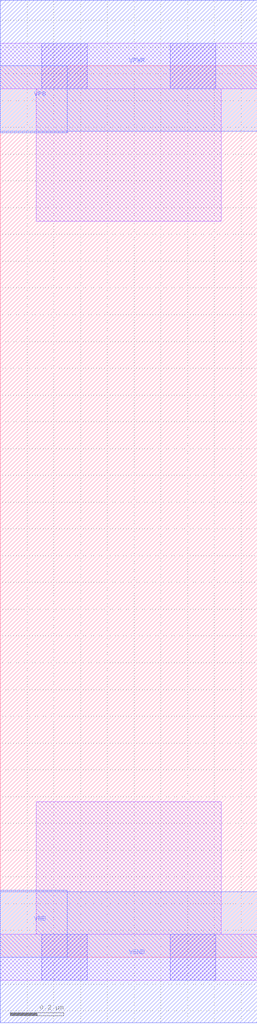
<source format=lef>
# Copyright 2020 The SkyWater PDK Authors
#
# Licensed under the Apache License, Version 2.0 (the "License");
# you may not use this file except in compliance with the License.
# You may obtain a copy of the License at
#
#     https://www.apache.org/licenses/LICENSE-2.0
#
# Unless required by applicable law or agreed to in writing, software
# distributed under the License is distributed on an "AS IS" BASIS,
# WITHOUT WARRANTIES OR CONDITIONS OF ANY KIND, either express or implied.
# See the License for the specific language governing permissions and
# limitations under the License.
#
# SPDX-License-Identifier: Apache-2.0

VERSION 5.5 ;
NAMESCASESENSITIVE ON ;
BUSBITCHARS "[]" ;
DIVIDERCHAR "/" ;
MACRO sky130_fd_sc_ms__fill_diode_2
  CLASS CORE SPACER ;
  SOURCE USER ;
  ORIGIN  0.000000  0.000000 ;
  SIZE  0.960000 BY  3.330000 ;
  SYMMETRY X Y ;
  SITE unit ;
  PIN VGND
    DIRECTION INOUT ;
    USE GROUND ;
    PORT
      LAYER met1 ;
        RECT 0.000000 -0.245000 0.960000 0.245000 ;
    END
  END VGND
  PIN VNB
    DIRECTION INOUT ;
    USE GROUND ;
    PORT
      LAYER met1 ;
        RECT 0.000000 0.000000 0.250000 0.250000 ;
    END
  END VNB
  PIN VPB
    DIRECTION INOUT ;
    USE POWER ;
    PORT
      LAYER met1 ;
        RECT 0.000000 3.080000 0.250000 3.330000 ;
    END
  END VPB
  PIN VPWR
    DIRECTION INOUT ;
    USE POWER ;
    PORT
      LAYER met1 ;
        RECT 0.000000 3.085000 0.960000 3.575000 ;
    END
  END VPWR
  OBS
    LAYER li1 ;
      RECT 0.000000 -0.085000 0.960000 0.085000 ;
      RECT 0.000000  3.245000 0.960000 3.415000 ;
      RECT 0.135000  0.085000 0.825000 0.580000 ;
      RECT 0.135000  2.750000 0.825000 3.245000 ;
    LAYER mcon ;
      RECT 0.155000 -0.085000 0.325000 0.085000 ;
      RECT 0.155000  3.245000 0.325000 3.415000 ;
      RECT 0.635000 -0.085000 0.805000 0.085000 ;
      RECT 0.635000  3.245000 0.805000 3.415000 ;
  END
END sky130_fd_sc_ms__fill_diode_2
END LIBRARY

</source>
